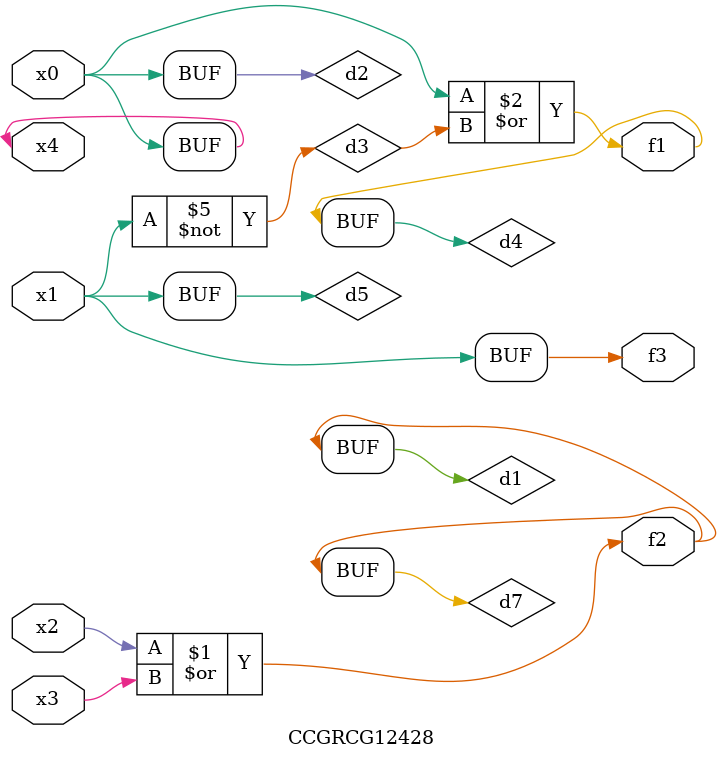
<source format=v>
module CCGRCG12428(
	input x0, x1, x2, x3, x4,
	output f1, f2, f3
);

	wire d1, d2, d3, d4, d5, d6, d7;

	or (d1, x2, x3);
	buf (d2, x0, x4);
	not (d3, x1);
	or (d4, d2, d3);
	not (d5, d3);
	nand (d6, d1, d3);
	or (d7, d1);
	assign f1 = d4;
	assign f2 = d7;
	assign f3 = d5;
endmodule

</source>
